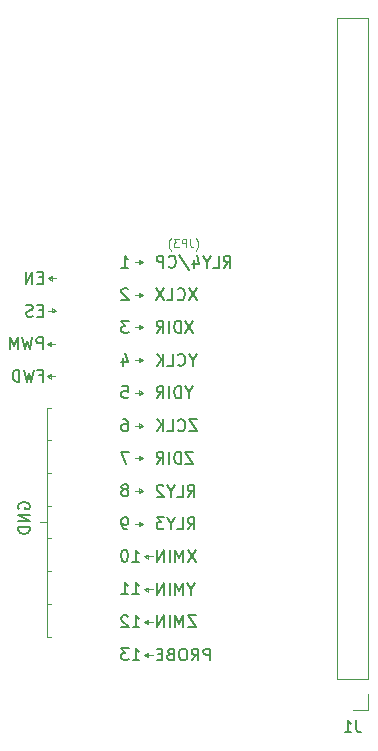
<source format=gbr>
%TF.GenerationSoftware,KiCad,Pcbnew,(6.0.11-0)*%
%TF.CreationDate,2023-05-17T23:02:26+12:00*%
%TF.ProjectId,controller-upper-cut,636f6e74-726f-46c6-9c65-722d75707065,3.2*%
%TF.SameCoordinates,PX1c9c380PY1312d00*%
%TF.FileFunction,Legend,Bot*%
%TF.FilePolarity,Positive*%
%FSLAX46Y46*%
G04 Gerber Fmt 4.6, Leading zero omitted, Abs format (unit mm)*
G04 Created by KiCad (PCBNEW (6.0.11-0)) date 2023-05-17 23:02:26*
%MOMM*%
%LPD*%
G01*
G04 APERTURE LIST*
%ADD10C,0.100000*%
%ADD11C,0.150000*%
%ADD12C,0.110000*%
%ADD13C,0.120000*%
%ADD14C,5.500000*%
%ADD15C,4.000000*%
%ADD16R,1.600000X1.600000*%
%ADD17C,1.600000*%
%ADD18R,1.700000X1.700000*%
%ADD19O,1.700000X1.700000*%
G04 APERTURE END LIST*
D10*
X24900000Y-127500000D02*
X24200000Y-127500000D01*
X31966000Y-134250000D02*
X31966000Y-134600000D01*
X32435000Y-148300000D02*
X32785000Y-148500000D01*
X31976000Y-117650000D02*
X31976000Y-118000000D01*
X33135000Y-142750000D02*
X32435000Y-142750000D01*
X24200000Y-139825000D02*
X23600000Y-139825000D01*
X24200000Y-132900000D02*
X24500000Y-132901000D01*
X32316000Y-140000000D02*
X31966000Y-140150000D01*
X31616000Y-134450000D02*
X32316000Y-134450000D01*
X32326000Y-120620000D02*
X31976000Y-120420000D01*
X24200000Y-144000000D02*
X24500000Y-144001000D01*
X24200000Y-149549500D02*
X24500000Y-149550500D01*
X31966000Y-139800000D02*
X31966000Y-140150000D01*
X31966000Y-123160000D02*
X31966000Y-123510000D01*
X31616000Y-123360000D02*
X32316000Y-123360000D01*
X24600000Y-121750000D02*
X24600000Y-122100000D01*
X32435000Y-145550000D02*
X32785000Y-145750000D01*
X32316000Y-131700000D02*
X31966000Y-131850000D01*
X31966000Y-137000000D02*
X31966000Y-137350000D01*
X31626000Y-126150000D02*
X32326000Y-126150000D01*
X32785000Y-145750000D02*
X32785000Y-145400000D01*
X24600000Y-119400000D02*
X24600000Y-119050000D01*
X24200000Y-135650000D02*
X24500000Y-135651000D01*
X32435000Y-142750000D02*
X32785000Y-142600000D01*
X24950000Y-121950000D02*
X24600000Y-122100000D01*
X24250000Y-121950000D02*
X24950000Y-121950000D01*
X32326000Y-126150000D02*
X31976000Y-126300000D01*
X31976000Y-120420000D02*
X31976000Y-120770000D01*
X32326000Y-126150000D02*
X31976000Y-125950000D01*
X24200000Y-130150000D02*
X24500000Y-130151000D01*
X24200000Y-127500000D02*
X24550000Y-127700000D01*
X32326000Y-117850000D02*
X31976000Y-118000000D01*
X32435000Y-151100000D02*
X32785000Y-150950000D01*
X31616000Y-137200000D02*
X32316000Y-137200000D01*
X32316000Y-123360000D02*
X31966000Y-123160000D01*
X31976000Y-125950000D02*
X31976000Y-126300000D01*
X32316000Y-137200000D02*
X31966000Y-137350000D01*
X24200000Y-124750000D02*
X24550000Y-124950000D01*
X32316000Y-128900000D02*
X31966000Y-128700000D01*
X24200000Y-138450000D02*
X24500000Y-138451000D01*
X32316000Y-134450000D02*
X31966000Y-134250000D01*
X31616000Y-128900000D02*
X32316000Y-128900000D01*
X24200000Y-124750000D02*
X24550000Y-124600000D01*
X32785000Y-142950000D02*
X32785000Y-142600000D01*
X31626000Y-120620000D02*
X32326000Y-120620000D01*
X32316000Y-137200000D02*
X31966000Y-137000000D01*
X32316000Y-123360000D02*
X31966000Y-123510000D01*
X32316000Y-131700000D02*
X31966000Y-131500000D01*
X24550000Y-124950000D02*
X24550000Y-124600000D01*
X32435000Y-142750000D02*
X32785000Y-142950000D01*
X24200000Y-146750000D02*
X24500000Y-146751000D01*
X32316000Y-140000000D02*
X31966000Y-139800000D01*
X31626000Y-117850000D02*
X32326000Y-117850000D01*
X31966000Y-131500000D02*
X31966000Y-131850000D01*
X32316000Y-134450000D02*
X31966000Y-134600000D01*
X24250000Y-119200000D02*
X24600000Y-119050000D01*
X24200000Y-130150000D02*
X24200000Y-149549500D01*
X24950000Y-121950000D02*
X24600000Y-121750000D01*
X32435000Y-145550000D02*
X32785000Y-145400000D01*
X24900000Y-124750000D02*
X24200000Y-124750000D01*
X24250000Y-119200000D02*
X24600000Y-119400000D01*
X32326000Y-117850000D02*
X31976000Y-117650000D01*
X24550000Y-127700000D02*
X24550000Y-127350000D01*
X31966000Y-128700000D02*
X31966000Y-129050000D01*
X33135000Y-145550000D02*
X32435000Y-145550000D01*
X32435000Y-151100000D02*
X32785000Y-151300000D01*
X24200000Y-141200000D02*
X24500000Y-141201000D01*
X31616000Y-140000000D02*
X32316000Y-140000000D01*
X33135000Y-148300000D02*
X32435000Y-148300000D01*
X33135000Y-151100000D02*
X32435000Y-151100000D01*
X32785000Y-148500000D02*
X32785000Y-148150000D01*
X32435000Y-148300000D02*
X32785000Y-148150000D01*
X32326000Y-120620000D02*
X31976000Y-120770000D01*
X31616000Y-131700000D02*
X32316000Y-131700000D01*
X24950000Y-119200000D02*
X24250000Y-119200000D01*
X32316000Y-128900000D02*
X31966000Y-129050000D01*
X32785000Y-151300000D02*
X32785000Y-150950000D01*
X24200000Y-127500000D02*
X24550000Y-127350000D01*
D11*
X39154642Y-118302380D02*
X39487976Y-117826190D01*
X39726071Y-118302380D02*
X39726071Y-117302380D01*
X39345119Y-117302380D01*
X39249880Y-117350000D01*
X39202261Y-117397619D01*
X39154642Y-117492857D01*
X39154642Y-117635714D01*
X39202261Y-117730952D01*
X39249880Y-117778571D01*
X39345119Y-117826190D01*
X39726071Y-117826190D01*
X38249880Y-118302380D02*
X38726071Y-118302380D01*
X38726071Y-117302380D01*
X37726071Y-117826190D02*
X37726071Y-118302380D01*
X38059404Y-117302380D02*
X37726071Y-117826190D01*
X37392738Y-117302380D01*
X36630833Y-117635714D02*
X36630833Y-118302380D01*
X36868928Y-117254761D02*
X37107023Y-117969047D01*
X36487976Y-117969047D01*
X35392738Y-117254761D02*
X36249880Y-118540476D01*
X34487976Y-118207142D02*
X34535595Y-118254761D01*
X34678452Y-118302380D01*
X34773690Y-118302380D01*
X34916547Y-118254761D01*
X35011785Y-118159523D01*
X35059404Y-118064285D01*
X35107023Y-117873809D01*
X35107023Y-117730952D01*
X35059404Y-117540476D01*
X35011785Y-117445238D01*
X34916547Y-117350000D01*
X34773690Y-117302380D01*
X34678452Y-117302380D01*
X34535595Y-117350000D01*
X34487976Y-117397619D01*
X34059404Y-118302380D02*
X34059404Y-117302380D01*
X33678452Y-117302380D01*
X33583214Y-117350000D01*
X33535595Y-117397619D01*
X33487976Y-117492857D01*
X33487976Y-117635714D01*
X33535595Y-117730952D01*
X33583214Y-117778571D01*
X33678452Y-117826190D01*
X34059404Y-117826190D01*
X30970566Y-140452380D02*
X30780090Y-140452380D01*
X30684852Y-140404761D01*
X30637233Y-140357142D01*
X30541995Y-140214285D01*
X30494376Y-140023809D01*
X30494376Y-139642857D01*
X30541995Y-139547619D01*
X30589614Y-139500000D01*
X30684852Y-139452380D01*
X30875328Y-139452380D01*
X30970566Y-139500000D01*
X31018185Y-139547619D01*
X31065804Y-139642857D01*
X31065804Y-139880952D01*
X31018185Y-139976190D01*
X30970566Y-140023809D01*
X30875328Y-140071428D01*
X30684852Y-140071428D01*
X30589614Y-140023809D01*
X30541995Y-139976190D01*
X30494376Y-139880952D01*
X21800000Y-138730988D02*
X21752380Y-138635750D01*
X21752380Y-138492893D01*
X21800000Y-138350035D01*
X21895238Y-138254797D01*
X21990476Y-138207178D01*
X22180952Y-138159559D01*
X22323809Y-138159559D01*
X22514285Y-138207178D01*
X22609523Y-138254797D01*
X22704761Y-138350035D01*
X22752380Y-138492893D01*
X22752380Y-138588131D01*
X22704761Y-138730988D01*
X22657142Y-138778607D01*
X22323809Y-138778607D01*
X22323809Y-138588131D01*
X22752380Y-139207178D02*
X21752380Y-139207178D01*
X22752380Y-139778607D01*
X21752380Y-139778607D01*
X22752380Y-140254797D02*
X21752380Y-140254797D01*
X21752380Y-140492893D01*
X21800000Y-140635750D01*
X21895238Y-140730988D01*
X21990476Y-140778607D01*
X22180952Y-140826226D01*
X22323809Y-140826226D01*
X22514285Y-140778607D01*
X22609523Y-140730988D01*
X22704761Y-140635750D01*
X22752380Y-140492893D01*
X22752380Y-140254797D01*
X38011785Y-151552380D02*
X38011785Y-150552380D01*
X37630833Y-150552380D01*
X37535595Y-150600000D01*
X37487976Y-150647619D01*
X37440357Y-150742857D01*
X37440357Y-150885714D01*
X37487976Y-150980952D01*
X37535595Y-151028571D01*
X37630833Y-151076190D01*
X38011785Y-151076190D01*
X36440357Y-151552380D02*
X36773690Y-151076190D01*
X37011785Y-151552380D02*
X37011785Y-150552380D01*
X36630833Y-150552380D01*
X36535595Y-150600000D01*
X36487976Y-150647619D01*
X36440357Y-150742857D01*
X36440357Y-150885714D01*
X36487976Y-150980952D01*
X36535595Y-151028571D01*
X36630833Y-151076190D01*
X37011785Y-151076190D01*
X35821309Y-150552380D02*
X35630833Y-150552380D01*
X35535595Y-150600000D01*
X35440357Y-150695238D01*
X35392738Y-150885714D01*
X35392738Y-151219047D01*
X35440357Y-151409523D01*
X35535595Y-151504761D01*
X35630833Y-151552380D01*
X35821309Y-151552380D01*
X35916547Y-151504761D01*
X36011785Y-151409523D01*
X36059404Y-151219047D01*
X36059404Y-150885714D01*
X36011785Y-150695238D01*
X35916547Y-150600000D01*
X35821309Y-150552380D01*
X34630833Y-151028571D02*
X34487976Y-151076190D01*
X34440357Y-151123809D01*
X34392738Y-151219047D01*
X34392738Y-151361904D01*
X34440357Y-151457142D01*
X34487976Y-151504761D01*
X34583214Y-151552380D01*
X34964166Y-151552380D01*
X34964166Y-150552380D01*
X34630833Y-150552380D01*
X34535595Y-150600000D01*
X34487976Y-150647619D01*
X34440357Y-150742857D01*
X34440357Y-150838095D01*
X34487976Y-150933333D01*
X34535595Y-150980952D01*
X34630833Y-151028571D01*
X34964166Y-151028571D01*
X33964166Y-151028571D02*
X33630833Y-151028571D01*
X33487976Y-151552380D02*
X33964166Y-151552380D01*
X33964166Y-150552380D01*
X33487976Y-150552380D01*
X36107023Y-137702380D02*
X36440357Y-137226190D01*
X36678452Y-137702380D02*
X36678452Y-136702380D01*
X36297500Y-136702380D01*
X36202261Y-136750000D01*
X36154642Y-136797619D01*
X36107023Y-136892857D01*
X36107023Y-137035714D01*
X36154642Y-137130952D01*
X36202261Y-137178571D01*
X36297500Y-137226190D01*
X36678452Y-137226190D01*
X35202261Y-137702380D02*
X35678452Y-137702380D01*
X35678452Y-136702380D01*
X34678452Y-137226190D02*
X34678452Y-137702380D01*
X35011785Y-136702380D02*
X34678452Y-137226190D01*
X34345119Y-136702380D01*
X34059404Y-136797619D02*
X34011785Y-136750000D01*
X33916547Y-136702380D01*
X33678452Y-136702380D01*
X33583214Y-136750000D01*
X33535595Y-136797619D01*
X33487976Y-136892857D01*
X33487976Y-136988095D01*
X33535595Y-137130952D01*
X34107023Y-137702380D01*
X33487976Y-137702380D01*
X30494376Y-118302380D02*
X31065804Y-118302380D01*
X30780090Y-118302380D02*
X30780090Y-117302380D01*
X30875328Y-117445238D01*
X30970566Y-117540476D01*
X31065804Y-117588095D01*
X31430357Y-145952380D02*
X32001785Y-145952380D01*
X31716071Y-145952380D02*
X31716071Y-144952380D01*
X31811309Y-145095238D01*
X31906547Y-145190476D01*
X32001785Y-145238095D01*
X30477976Y-145952380D02*
X31049404Y-145952380D01*
X30763690Y-145952380D02*
X30763690Y-144952380D01*
X30858928Y-145095238D01*
X30954166Y-145190476D01*
X31049404Y-145238095D01*
X36535595Y-126126190D02*
X36535595Y-126602380D01*
X36868928Y-125602380D02*
X36535595Y-126126190D01*
X36202261Y-125602380D01*
X35297500Y-126507142D02*
X35345119Y-126554761D01*
X35487976Y-126602380D01*
X35583214Y-126602380D01*
X35726071Y-126554761D01*
X35821309Y-126459523D01*
X35868928Y-126364285D01*
X35916547Y-126173809D01*
X35916547Y-126030952D01*
X35868928Y-125840476D01*
X35821309Y-125745238D01*
X35726071Y-125650000D01*
X35583214Y-125602380D01*
X35487976Y-125602380D01*
X35345119Y-125650000D01*
X35297500Y-125697619D01*
X34392738Y-126602380D02*
X34868928Y-126602380D01*
X34868928Y-125602380D01*
X34059404Y-126602380D02*
X34059404Y-125602380D01*
X33487976Y-126602380D02*
X33916547Y-126030952D01*
X33487976Y-125602380D02*
X34059404Y-126173809D01*
X31440357Y-151522380D02*
X32011785Y-151522380D01*
X31726071Y-151522380D02*
X31726071Y-150522380D01*
X31821309Y-150665238D01*
X31916547Y-150760476D01*
X32011785Y-150808095D01*
X31107023Y-150522380D02*
X30487976Y-150522380D01*
X30821309Y-150903333D01*
X30678452Y-150903333D01*
X30583214Y-150950952D01*
X30535595Y-150998571D01*
X30487976Y-151093809D01*
X30487976Y-151331904D01*
X30535595Y-151427142D01*
X30583214Y-151474761D01*
X30678452Y-151522380D01*
X30964166Y-151522380D01*
X31059404Y-151474761D01*
X31107023Y-151427142D01*
X31113423Y-122832380D02*
X30494376Y-122832380D01*
X30827709Y-123213333D01*
X30684852Y-123213333D01*
X30589614Y-123260952D01*
X30541995Y-123308571D01*
X30494376Y-123403809D01*
X30494376Y-123641904D01*
X30541995Y-123737142D01*
X30589614Y-123784761D01*
X30684852Y-123832380D01*
X30970566Y-123832380D01*
X31065804Y-123784761D01*
X31113423Y-123737142D01*
X36773690Y-142202380D02*
X36107023Y-143202380D01*
X36107023Y-142202380D02*
X36773690Y-143202380D01*
X35726071Y-143202380D02*
X35726071Y-142202380D01*
X35392738Y-142916666D01*
X35059404Y-142202380D01*
X35059404Y-143202380D01*
X34583214Y-143202380D02*
X34583214Y-142202380D01*
X34107023Y-143202380D02*
X34107023Y-142202380D01*
X33535595Y-143202380D01*
X33535595Y-142202380D01*
X30550995Y-128342380D02*
X31027185Y-128342380D01*
X31074804Y-128818571D01*
X31027185Y-128770952D01*
X30931947Y-128723333D01*
X30693852Y-128723333D01*
X30598614Y-128770952D01*
X30550995Y-128818571D01*
X30503376Y-128913809D01*
X30503376Y-129151904D01*
X30550995Y-129247142D01*
X30598614Y-129294761D01*
X30693852Y-129342380D01*
X30931947Y-129342380D01*
X31027185Y-129294761D01*
X31074804Y-129247142D01*
X36202261Y-128876190D02*
X36202261Y-129352380D01*
X36535595Y-128352380D02*
X36202261Y-128876190D01*
X35868928Y-128352380D01*
X35535595Y-129352380D02*
X35535595Y-128352380D01*
X35297500Y-128352380D01*
X35154642Y-128400000D01*
X35059404Y-128495238D01*
X35011785Y-128590476D01*
X34964166Y-128780952D01*
X34964166Y-128923809D01*
X35011785Y-129114285D01*
X35059404Y-129209523D01*
X35154642Y-129304761D01*
X35297500Y-129352380D01*
X35535595Y-129352380D01*
X34535595Y-129352380D02*
X34535595Y-128352380D01*
X33487976Y-129352380D02*
X33821309Y-128876190D01*
X34059404Y-129352380D02*
X34059404Y-128352380D01*
X33678452Y-128352380D01*
X33583214Y-128400000D01*
X33535595Y-128447619D01*
X33487976Y-128542857D01*
X33487976Y-128685714D01*
X33535595Y-128780952D01*
X33583214Y-128828571D01*
X33678452Y-128876190D01*
X34059404Y-128876190D01*
X36583214Y-122802380D02*
X35916547Y-123802380D01*
X35916547Y-122802380D02*
X36583214Y-123802380D01*
X35535595Y-123802380D02*
X35535595Y-122802380D01*
X35297500Y-122802380D01*
X35154642Y-122850000D01*
X35059404Y-122945238D01*
X35011785Y-123040476D01*
X34964166Y-123230952D01*
X34964166Y-123373809D01*
X35011785Y-123564285D01*
X35059404Y-123659523D01*
X35154642Y-123754761D01*
X35297500Y-123802380D01*
X35535595Y-123802380D01*
X34535595Y-123802380D02*
X34535595Y-122802380D01*
X33487976Y-123802380D02*
X33821309Y-123326190D01*
X34059404Y-123802380D02*
X34059404Y-122802380D01*
X33678452Y-122802380D01*
X33583214Y-122850000D01*
X33535595Y-122897619D01*
X33487976Y-122992857D01*
X33487976Y-123135714D01*
X33535595Y-123230952D01*
X33583214Y-123278571D01*
X33678452Y-123326190D01*
X34059404Y-123326190D01*
X31113423Y-133902380D02*
X30446757Y-133902380D01*
X30875328Y-134902380D01*
X23864404Y-125202380D02*
X23864404Y-124202380D01*
X23483452Y-124202380D01*
X23388214Y-124250000D01*
X23340595Y-124297619D01*
X23292976Y-124392857D01*
X23292976Y-124535714D01*
X23340595Y-124630952D01*
X23388214Y-124678571D01*
X23483452Y-124726190D01*
X23864404Y-124726190D01*
X22959642Y-124202380D02*
X22721547Y-125202380D01*
X22531071Y-124488095D01*
X22340595Y-125202380D01*
X22102500Y-124202380D01*
X21721547Y-125202380D02*
X21721547Y-124202380D01*
X21388214Y-124916666D01*
X21054880Y-124202380D01*
X21054880Y-125202380D01*
X36392738Y-145526190D02*
X36392738Y-146002380D01*
X36726071Y-145002380D02*
X36392738Y-145526190D01*
X36059404Y-145002380D01*
X35726071Y-146002380D02*
X35726071Y-145002380D01*
X35392738Y-145716666D01*
X35059404Y-145002380D01*
X35059404Y-146002380D01*
X34583214Y-146002380D02*
X34583214Y-145002380D01*
X34107023Y-146002380D02*
X34107023Y-145002380D01*
X33535595Y-146002380D01*
X33535595Y-145002380D01*
X30589614Y-125935714D02*
X30589614Y-126602380D01*
X30827709Y-125554761D02*
X31065804Y-126269047D01*
X30446757Y-126269047D01*
X23531071Y-127428571D02*
X23864404Y-127428571D01*
X23864404Y-127952380D02*
X23864404Y-126952380D01*
X23388214Y-126952380D01*
X23102500Y-126952380D02*
X22864404Y-127952380D01*
X22673928Y-127238095D01*
X22483452Y-127952380D01*
X22245357Y-126952380D01*
X21864404Y-127952380D02*
X21864404Y-126952380D01*
X21626309Y-126952380D01*
X21483452Y-127000000D01*
X21388214Y-127095238D01*
X21340595Y-127190476D01*
X21292976Y-127380952D01*
X21292976Y-127523809D01*
X21340595Y-127714285D01*
X21388214Y-127809523D01*
X21483452Y-127904761D01*
X21626309Y-127952380D01*
X21864404Y-127952380D01*
X36773690Y-147752380D02*
X36107023Y-147752380D01*
X36773690Y-148752380D01*
X36107023Y-148752380D01*
X35726071Y-148752380D02*
X35726071Y-147752380D01*
X35392738Y-148466666D01*
X35059404Y-147752380D01*
X35059404Y-148752380D01*
X34583214Y-148752380D02*
X34583214Y-147752380D01*
X34107023Y-148752380D02*
X34107023Y-147752380D01*
X33535595Y-148752380D01*
X33535595Y-147752380D01*
X36107023Y-140452380D02*
X36440357Y-139976190D01*
X36678452Y-140452380D02*
X36678452Y-139452380D01*
X36297500Y-139452380D01*
X36202261Y-139500000D01*
X36154642Y-139547619D01*
X36107023Y-139642857D01*
X36107023Y-139785714D01*
X36154642Y-139880952D01*
X36202261Y-139928571D01*
X36297500Y-139976190D01*
X36678452Y-139976190D01*
X35202261Y-140452380D02*
X35678452Y-140452380D01*
X35678452Y-139452380D01*
X34678452Y-139976190D02*
X34678452Y-140452380D01*
X35011785Y-139452380D02*
X34678452Y-139976190D01*
X34345119Y-139452380D01*
X34107023Y-139452380D02*
X33487976Y-139452380D01*
X33821309Y-139833333D01*
X33678452Y-139833333D01*
X33583214Y-139880952D01*
X33535595Y-139928571D01*
X33487976Y-140023809D01*
X33487976Y-140261904D01*
X33535595Y-140357142D01*
X33583214Y-140404761D01*
X33678452Y-140452380D01*
X33964166Y-140452380D01*
X34059404Y-140404761D01*
X34107023Y-140357142D01*
X31065804Y-120139619D02*
X31018185Y-120092000D01*
X30922947Y-120044380D01*
X30684852Y-120044380D01*
X30589614Y-120092000D01*
X30541995Y-120139619D01*
X30494376Y-120234857D01*
X30494376Y-120330095D01*
X30541995Y-120472952D01*
X31113423Y-121044380D01*
X30494376Y-121044380D01*
X36583214Y-133902380D02*
X35916547Y-133902380D01*
X36583214Y-134902380D01*
X35916547Y-134902380D01*
X35535595Y-134902380D02*
X35535595Y-133902380D01*
X35297500Y-133902380D01*
X35154642Y-133950000D01*
X35059404Y-134045238D01*
X35011785Y-134140476D01*
X34964166Y-134330952D01*
X34964166Y-134473809D01*
X35011785Y-134664285D01*
X35059404Y-134759523D01*
X35154642Y-134854761D01*
X35297500Y-134902380D01*
X35535595Y-134902380D01*
X34535595Y-134902380D02*
X34535595Y-133902380D01*
X33487976Y-134902380D02*
X33821309Y-134426190D01*
X34059404Y-134902380D02*
X34059404Y-133902380D01*
X33678452Y-133902380D01*
X33583214Y-133950000D01*
X33535595Y-133997619D01*
X33487976Y-134092857D01*
X33487976Y-134235714D01*
X33535595Y-134330952D01*
X33583214Y-134378571D01*
X33678452Y-134426190D01*
X34059404Y-134426190D01*
X36916547Y-131152380D02*
X36249880Y-131152380D01*
X36916547Y-132152380D01*
X36249880Y-132152380D01*
X35297500Y-132057142D02*
X35345119Y-132104761D01*
X35487976Y-132152380D01*
X35583214Y-132152380D01*
X35726071Y-132104761D01*
X35821309Y-132009523D01*
X35868928Y-131914285D01*
X35916547Y-131723809D01*
X35916547Y-131580952D01*
X35868928Y-131390476D01*
X35821309Y-131295238D01*
X35726071Y-131200000D01*
X35583214Y-131152380D01*
X35487976Y-131152380D01*
X35345119Y-131200000D01*
X35297500Y-131247619D01*
X34392738Y-132152380D02*
X34868928Y-132152380D01*
X34868928Y-131152380D01*
X34059404Y-132152380D02*
X34059404Y-131152380D01*
X33487976Y-132152380D02*
X33916547Y-131580952D01*
X33487976Y-131152380D02*
X34059404Y-131723809D01*
X31430357Y-143202380D02*
X32001785Y-143202380D01*
X31716071Y-143202380D02*
X31716071Y-142202380D01*
X31811309Y-142345238D01*
X31906547Y-142440476D01*
X32001785Y-142488095D01*
X30811309Y-142202380D02*
X30716071Y-142202380D01*
X30620833Y-142250000D01*
X30573214Y-142297619D01*
X30525595Y-142392857D01*
X30477976Y-142583333D01*
X30477976Y-142821428D01*
X30525595Y-143011904D01*
X30573214Y-143107142D01*
X30620833Y-143154761D01*
X30716071Y-143202380D01*
X30811309Y-143202380D01*
X30906547Y-143154761D01*
X30954166Y-143107142D01*
X31001785Y-143011904D01*
X31049404Y-142821428D01*
X31049404Y-142583333D01*
X31001785Y-142392857D01*
X30954166Y-142297619D01*
X30906547Y-142250000D01*
X30811309Y-142202380D01*
X23864404Y-119128571D02*
X23531071Y-119128571D01*
X23388214Y-119652380D02*
X23864404Y-119652380D01*
X23864404Y-118652380D01*
X23388214Y-118652380D01*
X22959642Y-119652380D02*
X22959642Y-118652380D01*
X22388214Y-119652380D01*
X22388214Y-118652380D01*
X31440357Y-148752380D02*
X32011785Y-148752380D01*
X31726071Y-148752380D02*
X31726071Y-147752380D01*
X31821309Y-147895238D01*
X31916547Y-147990476D01*
X32011785Y-148038095D01*
X31059404Y-147847619D02*
X31011785Y-147800000D01*
X30916547Y-147752380D01*
X30678452Y-147752380D01*
X30583214Y-147800000D01*
X30535595Y-147847619D01*
X30487976Y-147942857D01*
X30487976Y-148038095D01*
X30535595Y-148180952D01*
X31107023Y-148752380D01*
X30487976Y-148752380D01*
X36868928Y-120052380D02*
X36202261Y-121052380D01*
X36202261Y-120052380D02*
X36868928Y-121052380D01*
X35249880Y-120957142D02*
X35297500Y-121004761D01*
X35440357Y-121052380D01*
X35535595Y-121052380D01*
X35678452Y-121004761D01*
X35773690Y-120909523D01*
X35821309Y-120814285D01*
X35868928Y-120623809D01*
X35868928Y-120480952D01*
X35821309Y-120290476D01*
X35773690Y-120195238D01*
X35678452Y-120100000D01*
X35535595Y-120052380D01*
X35440357Y-120052380D01*
X35297500Y-120100000D01*
X35249880Y-120147619D01*
X34345119Y-121052380D02*
X34821309Y-121052380D01*
X34821309Y-120052380D01*
X34107023Y-120052380D02*
X33440357Y-121052380D01*
X33440357Y-120052380D02*
X34107023Y-121052380D01*
X30875328Y-137080952D02*
X30970566Y-137033333D01*
X31018185Y-136985714D01*
X31065804Y-136890476D01*
X31065804Y-136842857D01*
X31018185Y-136747619D01*
X30970566Y-136700000D01*
X30875328Y-136652380D01*
X30684852Y-136652380D01*
X30589614Y-136700000D01*
X30541995Y-136747619D01*
X30494376Y-136842857D01*
X30494376Y-136890476D01*
X30541995Y-136985714D01*
X30589614Y-137033333D01*
X30684852Y-137080952D01*
X30875328Y-137080952D01*
X30970566Y-137128571D01*
X31018185Y-137176190D01*
X31065804Y-137271428D01*
X31065804Y-137461904D01*
X31018185Y-137557142D01*
X30970566Y-137604761D01*
X30875328Y-137652380D01*
X30684852Y-137652380D01*
X30589614Y-137604761D01*
X30541995Y-137557142D01*
X30494376Y-137461904D01*
X30494376Y-137271428D01*
X30541995Y-137176190D01*
X30589614Y-137128571D01*
X30684852Y-137080952D01*
X30598614Y-131152380D02*
X30789090Y-131152380D01*
X30884328Y-131200000D01*
X30931947Y-131247619D01*
X31027185Y-131390476D01*
X31074804Y-131580952D01*
X31074804Y-131961904D01*
X31027185Y-132057142D01*
X30979566Y-132104761D01*
X30884328Y-132152380D01*
X30693852Y-132152380D01*
X30598614Y-132104761D01*
X30550995Y-132057142D01*
X30503376Y-131961904D01*
X30503376Y-131723809D01*
X30550995Y-131628571D01*
X30598614Y-131580952D01*
X30693852Y-131533333D01*
X30884328Y-131533333D01*
X30979566Y-131580952D01*
X31027185Y-131628571D01*
X31074804Y-131723809D01*
X23864404Y-121928571D02*
X23531071Y-121928571D01*
X23388214Y-122452380D02*
X23864404Y-122452380D01*
X23864404Y-121452380D01*
X23388214Y-121452380D01*
X23007261Y-122404761D02*
X22864404Y-122452380D01*
X22626309Y-122452380D01*
X22531071Y-122404761D01*
X22483452Y-122357142D01*
X22435833Y-122261904D01*
X22435833Y-122166666D01*
X22483452Y-122071428D01*
X22531071Y-122023809D01*
X22626309Y-121976190D01*
X22816785Y-121928571D01*
X22912023Y-121880952D01*
X22959642Y-121833333D01*
X23007261Y-121738095D01*
X23007261Y-121642857D01*
X22959642Y-121547619D01*
X22912023Y-121500000D01*
X22816785Y-121452380D01*
X22578690Y-121452380D01*
X22435833Y-121500000D01*
D12*
X36792000Y-116859333D02*
X36825333Y-116826000D01*
X36892000Y-116726000D01*
X36925333Y-116659333D01*
X36958666Y-116559333D01*
X36992000Y-116392666D01*
X36992000Y-116259333D01*
X36958666Y-116092666D01*
X36925333Y-115992666D01*
X36892000Y-115926000D01*
X36825333Y-115826000D01*
X36792000Y-115792666D01*
X36325333Y-115892666D02*
X36325333Y-116392666D01*
X36358666Y-116492666D01*
X36425333Y-116559333D01*
X36525333Y-116592666D01*
X36592000Y-116592666D01*
X35992000Y-116592666D02*
X35992000Y-115892666D01*
X35725333Y-115892666D01*
X35658666Y-115926000D01*
X35625333Y-115959333D01*
X35592000Y-116026000D01*
X35592000Y-116126000D01*
X35625333Y-116192666D01*
X35658666Y-116226000D01*
X35725333Y-116259333D01*
X35992000Y-116259333D01*
X35358666Y-115892666D02*
X34925333Y-115892666D01*
X35158666Y-116159333D01*
X35058666Y-116159333D01*
X34992000Y-116192666D01*
X34958666Y-116226000D01*
X34925333Y-116292666D01*
X34925333Y-116459333D01*
X34958666Y-116526000D01*
X34992000Y-116559333D01*
X35058666Y-116592666D01*
X35258666Y-116592666D01*
X35325333Y-116559333D01*
X35358666Y-116526000D01*
X34692000Y-116859333D02*
X34658666Y-116826000D01*
X34592000Y-116726000D01*
X34558666Y-116659333D01*
X34525333Y-116559333D01*
X34492000Y-116392666D01*
X34492000Y-116259333D01*
X34525333Y-116092666D01*
X34558666Y-115992666D01*
X34592000Y-115926000D01*
X34658666Y-115826000D01*
X34692000Y-115792666D01*
D11*
%TO.C,J1*%
X50396333Y-156639380D02*
X50396333Y-157353666D01*
X50443952Y-157496523D01*
X50539190Y-157591761D01*
X50682047Y-157639380D01*
X50777285Y-157639380D01*
X49396333Y-157639380D02*
X49967761Y-157639380D01*
X49682047Y-157639380D02*
X49682047Y-156639380D01*
X49777285Y-156782238D01*
X49872523Y-156877476D01*
X49967761Y-156925095D01*
D13*
X48733000Y-97207000D02*
X51393000Y-97207000D01*
X48733000Y-153147000D02*
X51393000Y-153147000D01*
X51393000Y-153147000D02*
X51393000Y-97207000D01*
X51393000Y-155747000D02*
X51393000Y-154417000D01*
X50063000Y-155747000D02*
X51393000Y-155747000D01*
X48733000Y-153147000D02*
X48733000Y-97207000D01*
%TD*%
%LPC*%
D14*
%TO.C,H1*%
X24000000Y-99992893D03*
%TD*%
%TO.C,H2*%
X24000000Y-168992893D03*
%TD*%
D15*
%TO.C,J6*%
X27410331Y-158057893D03*
X27410331Y-110957893D03*
D16*
X28830331Y-117887893D03*
D17*
X28830331Y-120657893D03*
X28830331Y-123427893D03*
X28830331Y-126197893D03*
X28830331Y-128967893D03*
X28830331Y-131737893D03*
X28830331Y-134507893D03*
X28830331Y-137277893D03*
X28830331Y-140047893D03*
X28830331Y-142817893D03*
X28830331Y-145587893D03*
X28830331Y-148357893D03*
X28830331Y-151127893D03*
X25990331Y-119272893D03*
X25990331Y-122042893D03*
X25990331Y-124812893D03*
X25990331Y-127582893D03*
X25990331Y-130352893D03*
X25990331Y-133122893D03*
X25990331Y-135892893D03*
X25990331Y-138662893D03*
X25990331Y-141432893D03*
X25990331Y-144202893D03*
X25990331Y-146972893D03*
X25990331Y-149742893D03*
%TD*%
D18*
%TO.C,J1*%
X50063000Y-154417000D03*
D19*
X50063000Y-151877000D03*
X50063000Y-149337000D03*
X50063000Y-146797000D03*
X50063000Y-144257000D03*
X50063000Y-141717000D03*
X50063000Y-139177000D03*
X50063000Y-136637000D03*
X50063000Y-134097000D03*
X50063000Y-131557000D03*
X50063000Y-129017000D03*
X50063000Y-126477000D03*
X50063000Y-123937000D03*
X50063000Y-121397000D03*
X50063000Y-118857000D03*
X50063000Y-116317000D03*
X50063000Y-113777000D03*
X50063000Y-111237000D03*
X50063000Y-108697000D03*
X50063000Y-106157000D03*
X50063000Y-103617000D03*
X50063000Y-101077000D03*
X50063000Y-98537000D03*
%TD*%
M02*

</source>
